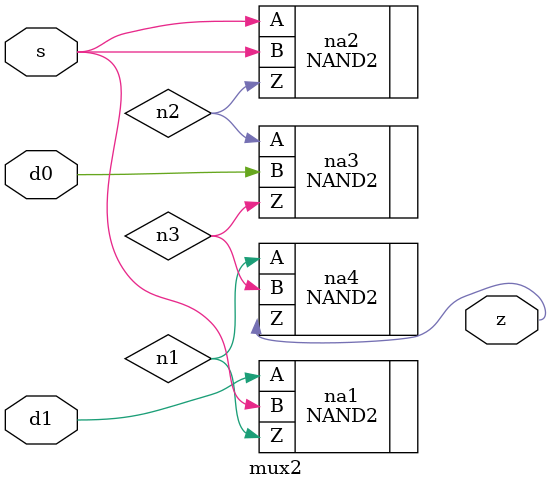
<source format=v>
module mux2 (
    input wire d0,          // Data input 0
    input wire d1,          // Data input 1
    input wire s,         // Select input
    output wire z           // Output
);
	
// Put your code here
// ------------------

	// internal veriables
	wire n1;
	wire n2;
	wire n3;

	
	// istantiate the first nand2
	NAND2 #(.Tpdlh(3), .Tpdhl(1)) 
			na1(.A(d1),
			  .B(s),
			  .Z(n1)
			);
			
	// istantiate the second nand2
	NAND2 #(.Tpdlh(3), .Tpdhl(1)) 
			na2(.A(s),
			  .B(s),
			  .Z(n2)
			);	
			
	// istantiate the third nand2
	NAND2 #(.Tpdlh(3), .Tpdhl(1)) 
			na3(.A(n2),
			  .B(d0),
			  .Z(n3)
			);
			
	// istantiate the fourth nand2
	NAND2	 #(.Tpdlh(3), .Tpdhl(1)) 
			na4(.A(n1),
			  .B(n3),
			  .Z(z)
			);
			
// End of your code

endmodule

</source>
